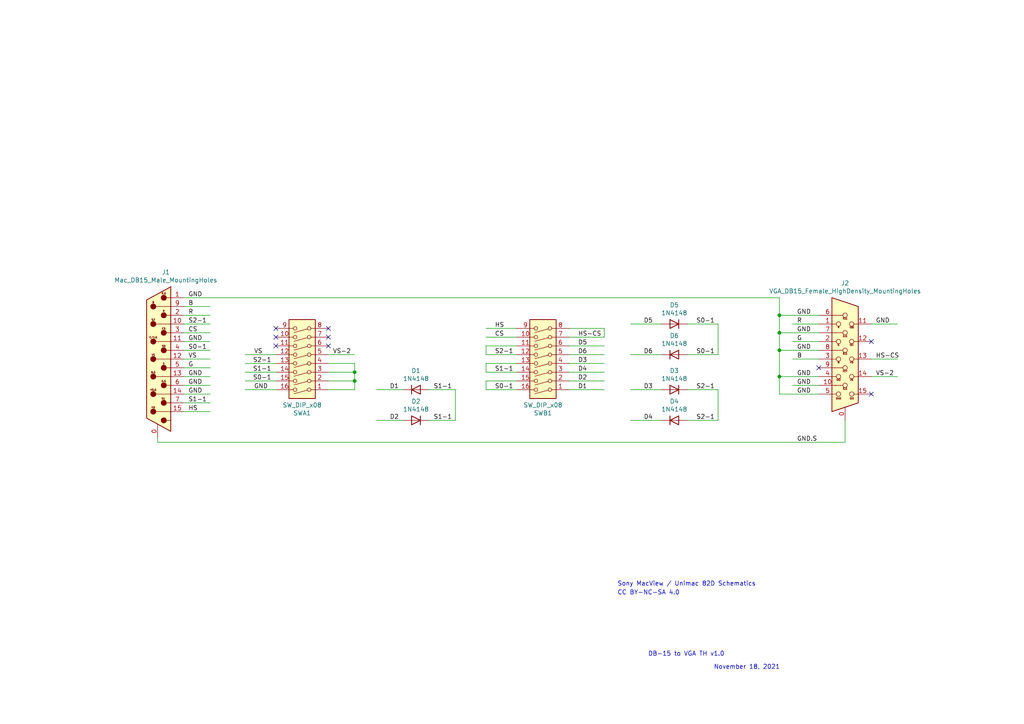
<source format=kicad_sch>
(kicad_sch (version 20211123) (generator eeschema)

  (uuid 4de664de-51a8-454d-82b8-139124435893)

  (paper "A4")

  (lib_symbols
    (symbol "Diode:1N4148" (pin_numbers hide) (pin_names hide) (in_bom yes) (on_board yes)
      (property "Reference" "D" (id 0) (at 0 2.54 0)
        (effects (font (size 1.27 1.27)))
      )
      (property "Value" "1N4148" (id 1) (at 0 -2.54 0)
        (effects (font (size 1.27 1.27)))
      )
      (property "Footprint" "Diode_THT:D_DO-35_SOD27_P7.62mm_Horizontal" (id 2) (at 0 0 0)
        (effects (font (size 1.27 1.27)) hide)
      )
      (property "Datasheet" "https://assets.nexperia.com/documents/data-sheet/1N4148_1N4448.pdf" (id 3) (at 0 0 0)
        (effects (font (size 1.27 1.27)) hide)
      )
      (property "ki_keywords" "diode" (id 4) (at 0 0 0)
        (effects (font (size 1.27 1.27)) hide)
      )
      (property "ki_description" "100V 0.15A standard switching diode, DO-35" (id 5) (at 0 0 0)
        (effects (font (size 1.27 1.27)) hide)
      )
      (property "ki_fp_filters" "D*DO?35*" (id 6) (at 0 0 0)
        (effects (font (size 1.27 1.27)) hide)
      )
      (symbol "1N4148_0_1"
        (polyline
          (pts
            (xy -1.27 1.27)
            (xy -1.27 -1.27)
          )
          (stroke (width 0.254) (type default) (color 0 0 0 0))
          (fill (type none))
        )
        (polyline
          (pts
            (xy 1.27 0)
            (xy -1.27 0)
          )
          (stroke (width 0) (type default) (color 0 0 0 0))
          (fill (type none))
        )
        (polyline
          (pts
            (xy 1.27 1.27)
            (xy 1.27 -1.27)
            (xy -1.27 0)
            (xy 1.27 1.27)
          )
          (stroke (width 0.254) (type default) (color 0 0 0 0))
          (fill (type none))
        )
      )
      (symbol "1N4148_1_1"
        (pin passive line (at -3.81 0 0) (length 2.54)
          (name "K" (effects (font (size 1.27 1.27))))
          (number "1" (effects (font (size 1.27 1.27))))
        )
        (pin passive line (at 3.81 0 180) (length 2.54)
          (name "A" (effects (font (size 1.27 1.27))))
          (number "2" (effects (font (size 1.27 1.27))))
        )
      )
    )
    (symbol "Switch:SW_DIP_x08" (pin_names (offset 0) hide) (in_bom yes) (on_board yes)
      (property "Reference" "SW" (id 0) (at 0 13.97 0)
        (effects (font (size 1.27 1.27)))
      )
      (property "Value" "SW_DIP_x08" (id 1) (at 0 -11.43 0)
        (effects (font (size 1.27 1.27)))
      )
      (property "Footprint" "" (id 2) (at 0 0 0)
        (effects (font (size 1.27 1.27)) hide)
      )
      (property "Datasheet" "~" (id 3) (at 0 0 0)
        (effects (font (size 1.27 1.27)) hide)
      )
      (property "ki_keywords" "dip switch" (id 4) (at 0 0 0)
        (effects (font (size 1.27 1.27)) hide)
      )
      (property "ki_description" "8x DIP Switch, Single Pole Single Throw (SPST) switch, small symbol" (id 5) (at 0 0 0)
        (effects (font (size 1.27 1.27)) hide)
      )
      (property "ki_fp_filters" "SW?DIP?x8*" (id 6) (at 0 0 0)
        (effects (font (size 1.27 1.27)) hide)
      )
      (symbol "SW_DIP_x08_0_0"
        (circle (center -2.032 -7.62) (radius 0.508)
          (stroke (width 0) (type default) (color 0 0 0 0))
          (fill (type none))
        )
        (circle (center -2.032 -5.08) (radius 0.508)
          (stroke (width 0) (type default) (color 0 0 0 0))
          (fill (type none))
        )
        (circle (center -2.032 -2.54) (radius 0.508)
          (stroke (width 0) (type default) (color 0 0 0 0))
          (fill (type none))
        )
        (circle (center -2.032 0) (radius 0.508)
          (stroke (width 0) (type default) (color 0 0 0 0))
          (fill (type none))
        )
        (circle (center -2.032 2.54) (radius 0.508)
          (stroke (width 0) (type default) (color 0 0 0 0))
          (fill (type none))
        )
        (circle (center -2.032 5.08) (radius 0.508)
          (stroke (width 0) (type default) (color 0 0 0 0))
          (fill (type none))
        )
        (circle (center -2.032 7.62) (radius 0.508)
          (stroke (width 0) (type default) (color 0 0 0 0))
          (fill (type none))
        )
        (circle (center -2.032 10.16) (radius 0.508)
          (stroke (width 0) (type default) (color 0 0 0 0))
          (fill (type none))
        )
        (polyline
          (pts
            (xy -1.524 -7.4676)
            (xy 2.3622 -6.4262)
          )
          (stroke (width 0) (type default) (color 0 0 0 0))
          (fill (type none))
        )
        (polyline
          (pts
            (xy -1.524 -4.9276)
            (xy 2.3622 -3.8862)
          )
          (stroke (width 0) (type default) (color 0 0 0 0))
          (fill (type none))
        )
        (polyline
          (pts
            (xy -1.524 -2.3876)
            (xy 2.3622 -1.3462)
          )
          (stroke (width 0) (type default) (color 0 0 0 0))
          (fill (type none))
        )
        (polyline
          (pts
            (xy -1.524 0.127)
            (xy 2.3622 1.1684)
          )
          (stroke (width 0) (type default) (color 0 0 0 0))
          (fill (type none))
        )
        (polyline
          (pts
            (xy -1.524 2.667)
            (xy 2.3622 3.7084)
          )
          (stroke (width 0) (type default) (color 0 0 0 0))
          (fill (type none))
        )
        (polyline
          (pts
            (xy -1.524 5.207)
            (xy 2.3622 6.2484)
          )
          (stroke (width 0) (type default) (color 0 0 0 0))
          (fill (type none))
        )
        (polyline
          (pts
            (xy -1.524 7.747)
            (xy 2.3622 8.7884)
          )
          (stroke (width 0) (type default) (color 0 0 0 0))
          (fill (type none))
        )
        (polyline
          (pts
            (xy -1.524 10.287)
            (xy 2.3622 11.3284)
          )
          (stroke (width 0) (type default) (color 0 0 0 0))
          (fill (type none))
        )
        (circle (center 2.032 -7.62) (radius 0.508)
          (stroke (width 0) (type default) (color 0 0 0 0))
          (fill (type none))
        )
        (circle (center 2.032 -5.08) (radius 0.508)
          (stroke (width 0) (type default) (color 0 0 0 0))
          (fill (type none))
        )
        (circle (center 2.032 -2.54) (radius 0.508)
          (stroke (width 0) (type default) (color 0 0 0 0))
          (fill (type none))
        )
        (circle (center 2.032 0) (radius 0.508)
          (stroke (width 0) (type default) (color 0 0 0 0))
          (fill (type none))
        )
        (circle (center 2.032 2.54) (radius 0.508)
          (stroke (width 0) (type default) (color 0 0 0 0))
          (fill (type none))
        )
        (circle (center 2.032 5.08) (radius 0.508)
          (stroke (width 0) (type default) (color 0 0 0 0))
          (fill (type none))
        )
        (circle (center 2.032 7.62) (radius 0.508)
          (stroke (width 0) (type default) (color 0 0 0 0))
          (fill (type none))
        )
        (circle (center 2.032 10.16) (radius 0.508)
          (stroke (width 0) (type default) (color 0 0 0 0))
          (fill (type none))
        )
      )
      (symbol "SW_DIP_x08_0_1"
        (rectangle (start -3.81 12.7) (end 3.81 -10.16)
          (stroke (width 0.254) (type default) (color 0 0 0 0))
          (fill (type background))
        )
      )
      (symbol "SW_DIP_x08_1_1"
        (pin passive line (at -7.62 10.16 0) (length 5.08)
          (name "~" (effects (font (size 1.27 1.27))))
          (number "1" (effects (font (size 1.27 1.27))))
        )
        (pin passive line (at 7.62 -5.08 180) (length 5.08)
          (name "~" (effects (font (size 1.27 1.27))))
          (number "10" (effects (font (size 1.27 1.27))))
        )
        (pin passive line (at 7.62 -2.54 180) (length 5.08)
          (name "~" (effects (font (size 1.27 1.27))))
          (number "11" (effects (font (size 1.27 1.27))))
        )
        (pin passive line (at 7.62 0 180) (length 5.08)
          (name "~" (effects (font (size 1.27 1.27))))
          (number "12" (effects (font (size 1.27 1.27))))
        )
        (pin passive line (at 7.62 2.54 180) (length 5.08)
          (name "~" (effects (font (size 1.27 1.27))))
          (number "13" (effects (font (size 1.27 1.27))))
        )
        (pin passive line (at 7.62 5.08 180) (length 5.08)
          (name "~" (effects (font (size 1.27 1.27))))
          (number "14" (effects (font (size 1.27 1.27))))
        )
        (pin passive line (at 7.62 7.62 180) (length 5.08)
          (name "~" (effects (font (size 1.27 1.27))))
          (number "15" (effects (font (size 1.27 1.27))))
        )
        (pin passive line (at 7.62 10.16 180) (length 5.08)
          (name "~" (effects (font (size 1.27 1.27))))
          (number "16" (effects (font (size 1.27 1.27))))
        )
        (pin passive line (at -7.62 7.62 0) (length 5.08)
          (name "~" (effects (font (size 1.27 1.27))))
          (number "2" (effects (font (size 1.27 1.27))))
        )
        (pin passive line (at -7.62 5.08 0) (length 5.08)
          (name "~" (effects (font (size 1.27 1.27))))
          (number "3" (effects (font (size 1.27 1.27))))
        )
        (pin passive line (at -7.62 2.54 0) (length 5.08)
          (name "~" (effects (font (size 1.27 1.27))))
          (number "4" (effects (font (size 1.27 1.27))))
        )
        (pin passive line (at -7.62 0 0) (length 5.08)
          (name "~" (effects (font (size 1.27 1.27))))
          (number "5" (effects (font (size 1.27 1.27))))
        )
        (pin passive line (at -7.62 -2.54 0) (length 5.08)
          (name "~" (effects (font (size 1.27 1.27))))
          (number "6" (effects (font (size 1.27 1.27))))
        )
        (pin passive line (at -7.62 -5.08 0) (length 5.08)
          (name "~" (effects (font (size 1.27 1.27))))
          (number "7" (effects (font (size 1.27 1.27))))
        )
        (pin passive line (at -7.62 -7.62 0) (length 5.08)
          (name "~" (effects (font (size 1.27 1.27))))
          (number "8" (effects (font (size 1.27 1.27))))
        )
        (pin passive line (at 7.62 -7.62 180) (length 5.08)
          (name "~" (effects (font (size 1.27 1.27))))
          (number "9" (effects (font (size 1.27 1.27))))
        )
      )
    )
    (symbol "project:Mac_DB15_Male_MountingHoles" (pin_names (offset 1.016) hide) (in_bom yes) (on_board yes)
      (property "Reference" "J" (id 0) (at 2.54 24.13 0)
        (effects (font (size 1.27 1.27)))
      )
      (property "Value" "Mac_DB15_Male_MountingHoles" (id 1) (at 2.54 26.035 0)
        (effects (font (size 1.27 1.27)))
      )
      (property "Footprint" "" (id 2) (at 0 0 0)
        (effects (font (size 1.27 1.27)) hide)
      )
      (property "Datasheet" "" (id 3) (at 0 0 0)
        (effects (font (size 1.27 1.27)) hide)
      )
      (property "ki_fp_filters" "DSUB*Male*" (id 4) (at 0 0 0)
        (effects (font (size 1.27 1.27)) hide)
      )
      (symbol "Mac_DB15_Male_MountingHoles_0_0"
        (text "B" (at -1.27 16.764 0)
          (effects (font (size 0.508 0.508)) (justify top))
        )
        (text "B.G" (at -1.27 -3.556 0)
          (effects (font (size 0.508 0.508)) (justify top))
        )
        (text "C/V.G" (at -1.27 6.604 0)
          (effects (font (size 0.508 0.508)) (justify top))
        )
        (text "CS" (at 1.778 9.144 0)
          (effects (font (size 0.508 0.508)) (justify top))
        )
        (text "G" (at 1.778 -1.016 0)
          (effects (font (size 0.508 0.508)) (justify top))
        )
        (text "G.G" (at 1.778 -6.096 0)
          (effects (font (size 0.508 0.508)) (justify top))
        )
        (text "HS" (at -1.27 -13.716 0)
          (effects (font (size 0.508 0.508)) (justify top))
        )
        (text "HS.G" (at -1.27 -8.636 0)
          (effects (font (size 0.508 0.508)) (justify top))
        )
        (text "R" (at 1.778 14.224 0)
          (effects (font (size 0.508 0.508)) (justify top))
        )
        (text "R.G" (at 1.778 19.304 0)
          (effects (font (size 0.508 0.508)) (justify top))
        )
        (text "S0" (at 1.778 4.064 0)
          (effects (font (size 0.508 0.508)) (justify top))
        )
        (text "S1" (at 1.651 -11.176 0)
          (effects (font (size 0.508 0.508)) (justify top))
        )
        (text "S2" (at -1.27 11.684 0)
          (effects (font (size 0.508 0.508)) (justify top))
        )
        (text "VS" (at -1.27 1.524 0)
          (effects (font (size 0.508 0.508)) (justify top))
        )
      )
      (symbol "Mac_DB15_Male_MountingHoles_0_1"
        (circle (center -1.27 -15.24) (radius 0.762)
          (stroke (width 0) (type default) (color 0 0 0 0))
          (fill (type outline))
        )
        (circle (center -1.27 -10.16) (radius 0.762)
          (stroke (width 0) (type default) (color 0 0 0 0))
          (fill (type outline))
        )
        (circle (center -1.27 -5.08) (radius 0.762)
          (stroke (width 0) (type default) (color 0 0 0 0))
          (fill (type outline))
        )
        (circle (center -1.27 0) (radius 0.762)
          (stroke (width 0) (type default) (color 0 0 0 0))
          (fill (type outline))
        )
        (circle (center -1.27 5.08) (radius 0.762)
          (stroke (width 0) (type default) (color 0 0 0 0))
          (fill (type outline))
        )
        (circle (center -1.27 10.16) (radius 0.762)
          (stroke (width 0) (type default) (color 0 0 0 0))
          (fill (type outline))
        )
        (circle (center -1.27 15.24) (radius 0.762)
          (stroke (width 0) (type default) (color 0 0 0 0))
          (fill (type outline))
        )
        (polyline
          (pts
            (xy 3.81 -17.78)
            (xy 2.54 -17.78)
          )
          (stroke (width 0) (type default) (color 0 0 0 0))
          (fill (type none))
        )
        (polyline
          (pts
            (xy 3.81 -15.24)
            (xy -0.508 -15.24)
          )
          (stroke (width 0) (type default) (color 0 0 0 0))
          (fill (type none))
        )
        (polyline
          (pts
            (xy 3.81 -12.7)
            (xy 2.54 -12.7)
          )
          (stroke (width 0) (type default) (color 0 0 0 0))
          (fill (type none))
        )
        (polyline
          (pts
            (xy 3.81 -10.16)
            (xy -0.508 -10.16)
          )
          (stroke (width 0) (type default) (color 0 0 0 0))
          (fill (type none))
        )
        (polyline
          (pts
            (xy 3.81 -7.62)
            (xy 2.54 -7.62)
          )
          (stroke (width 0) (type default) (color 0 0 0 0))
          (fill (type none))
        )
        (polyline
          (pts
            (xy 3.81 -5.08)
            (xy -0.508 -5.08)
          )
          (stroke (width 0) (type default) (color 0 0 0 0))
          (fill (type none))
        )
        (polyline
          (pts
            (xy 3.81 -2.54)
            (xy 2.54 -2.54)
          )
          (stroke (width 0) (type default) (color 0 0 0 0))
          (fill (type none))
        )
        (polyline
          (pts
            (xy 3.81 0)
            (xy -0.508 0)
          )
          (stroke (width 0) (type default) (color 0 0 0 0))
          (fill (type none))
        )
        (polyline
          (pts
            (xy 3.81 2.54)
            (xy 2.54 2.54)
          )
          (stroke (width 0) (type default) (color 0 0 0 0))
          (fill (type none))
        )
        (polyline
          (pts
            (xy 3.81 5.08)
            (xy -0.508 5.08)
          )
          (stroke (width 0) (type default) (color 0 0 0 0))
          (fill (type none))
        )
        (polyline
          (pts
            (xy 3.81 7.62)
            (xy 2.54 7.62)
          )
          (stroke (width 0) (type default) (color 0 0 0 0))
          (fill (type none))
        )
        (polyline
          (pts
            (xy 3.81 10.16)
            (xy -0.508 10.16)
          )
          (stroke (width 0) (type default) (color 0 0 0 0))
          (fill (type none))
        )
        (polyline
          (pts
            (xy 3.81 12.7)
            (xy 2.54 12.7)
          )
          (stroke (width 0) (type default) (color 0 0 0 0))
          (fill (type none))
        )
        (polyline
          (pts
            (xy 3.81 15.24)
            (xy -0.508 15.24)
          )
          (stroke (width 0) (type default) (color 0 0 0 0))
          (fill (type none))
        )
        (polyline
          (pts
            (xy 3.81 17.78)
            (xy 2.54 17.78)
          )
          (stroke (width 0) (type default) (color 0 0 0 0))
          (fill (type none))
        )
        (polyline
          (pts
            (xy 3.81 20.955)
            (xy -3.175 17.145)
            (xy -3.175 -17.145)
            (xy 3.81 -20.955)
            (xy 3.81 20.955)
          )
          (stroke (width 0.254) (type default) (color 0 0 0 0))
          (fill (type background))
        )
        (circle (center 1.778 -17.78) (radius 0.762)
          (stroke (width 0) (type default) (color 0 0 0 0))
          (fill (type outline))
        )
        (circle (center 1.778 -12.7) (radius 0.762)
          (stroke (width 0) (type default) (color 0 0 0 0))
          (fill (type outline))
        )
        (circle (center 1.778 -7.62) (radius 0.762)
          (stroke (width 0) (type default) (color 0 0 0 0))
          (fill (type outline))
        )
        (circle (center 1.778 -2.54) (radius 0.762)
          (stroke (width 0) (type default) (color 0 0 0 0))
          (fill (type outline))
        )
        (circle (center 1.778 2.54) (radius 0.762)
          (stroke (width 0) (type default) (color 0 0 0 0))
          (fill (type outline))
        )
        (circle (center 1.778 7.62) (radius 0.762)
          (stroke (width 0) (type default) (color 0 0 0 0))
          (fill (type outline))
        )
        (circle (center 1.778 12.7) (radius 0.762)
          (stroke (width 0) (type default) (color 0 0 0 0))
          (fill (type outline))
        )
        (circle (center 1.778 17.78) (radius 0.762)
          (stroke (width 0) (type default) (color 0 0 0 0))
          (fill (type outline))
        )
      )
      (symbol "Mac_DB15_Male_MountingHoles_1_1"
        (pin passive line (at 0 -22.86 90) (length 3.81)
          (name "SGND" (effects (font (size 1.27 1.27))))
          (number "0" (effects (font (size 1.27 1.27))))
        )
        (pin passive line (at 7.62 17.78 180) (length 3.81)
          (name "RED.GND" (effects (font (size 1.27 1.27))))
          (number "1" (effects (font (size 1.27 1.27))))
        )
        (pin output line (at 7.62 10.16 180) (length 3.81)
          (name "SENSE2" (effects (font (size 1.27 1.27))))
          (number "10" (effects (font (size 1.27 1.27))))
        )
        (pin passive line (at 7.62 5.08 180) (length 3.81)
          (name "CSYNC/VSYNC.GND" (effects (font (size 1.27 1.27))))
          (number "11" (effects (font (size 1.27 1.27))))
        )
        (pin input line (at 7.62 0 180) (length 3.81)
          (name "/VSYNC" (effects (font (size 1.27 1.27))))
          (number "12" (effects (font (size 1.27 1.27))))
        )
        (pin passive line (at 7.62 -5.08 180) (length 3.81)
          (name "BLU.GND" (effects (font (size 1.27 1.27))))
          (number "13" (effects (font (size 1.27 1.27))))
        )
        (pin passive line (at 7.62 -10.16 180) (length 3.81)
          (name "HSYNC.GND" (effects (font (size 1.27 1.27))))
          (number "14" (effects (font (size 1.27 1.27))))
        )
        (pin input line (at 7.62 -15.24 180) (length 3.81)
          (name "/HSYNC" (effects (font (size 1.27 1.27))))
          (number "15" (effects (font (size 1.27 1.27))))
        )
        (pin input line (at 7.62 12.7 180) (length 3.81)
          (name "RED.VID" (effects (font (size 1.27 1.27))))
          (number "2" (effects (font (size 1.27 1.27))))
        )
        (pin input line (at 7.62 7.62 180) (length 3.81)
          (name "/CSYNC" (effects (font (size 1.27 1.27))))
          (number "3" (effects (font (size 1.27 1.27))))
        )
        (pin output line (at 7.62 2.54 180) (length 3.81)
          (name "SENSE0" (effects (font (size 1.27 1.27))))
          (number "4" (effects (font (size 1.27 1.27))))
        )
        (pin input line (at 7.62 -2.54 180) (length 3.81)
          (name "GRN.VID" (effects (font (size 1.27 1.27))))
          (number "5" (effects (font (size 1.27 1.27))))
        )
        (pin passive line (at 7.62 -7.62 180) (length 3.81)
          (name "GRN.GND" (effects (font (size 1.27 1.27))))
          (number "6" (effects (font (size 1.27 1.27))))
        )
        (pin output line (at 7.62 -12.7 180) (length 3.81)
          (name "SENSE1" (effects (font (size 1.27 1.27))))
          (number "7" (effects (font (size 1.27 1.27))))
        )
        (pin no_connect line (at 7.62 -17.78 180) (length 3.81) hide
          (name "8" (effects (font (size 1.27 1.27))))
          (number "8" (effects (font (size 1.27 1.27))))
        )
        (pin output line (at 7.62 15.24 180) (length 3.81)
          (name "BLU.VID" (effects (font (size 1.27 1.27))))
          (number "9" (effects (font (size 1.27 1.27))))
        )
      )
    )
    (symbol "project:VGA_DB15_Female_HighDensity_MountingHoles" (pin_names (offset 1.016) hide) (in_bom yes) (on_board yes)
      (property "Reference" "J" (id 0) (at 0 21.59 0)
        (effects (font (size 1.27 1.27)))
      )
      (property "Value" "VGA_DB15_Female_HighDensity_MountingHoles" (id 1) (at 0 19.05 0)
        (effects (font (size 1.27 1.27)))
      )
      (property "Footprint" "" (id 2) (at -24.13 10.16 0)
        (effects (font (size 1.27 1.27)) hide)
      )
      (property "Datasheet" "" (id 3) (at -24.13 10.16 0)
        (effects (font (size 1.27 1.27)) hide)
      )
      (property "ki_fp_filters" "DSUB*Female*" (id 4) (at 0 0 0)
        (effects (font (size 1.27 1.27)) hide)
      )
      (symbol "VGA_DB15_Female_HighDensity_MountingHoles_0_0"
        (text "B" (at -1.905 -1.27 0)
          (effects (font (size 0.508 0.508)) (justify bottom))
        )
        (text "B.G" (at 0 1.27 0)
          (effects (font (size 0.508 0.508)) (justify bottom))
        )
        (text "G" (at -1.905 3.81 0)
          (effects (font (size 0.508 0.508)) (justify bottom))
        )
        (text "G.G" (at 0 6.35 0)
          (effects (font (size 0.508 0.508)) (justify bottom))
        )
        (text "GND" (at -1.905 -11.43 0)
          (effects (font (size 0.508 0.508)))
        )
        (text "HS" (at 1.905 -1.27 0)
          (effects (font (size 0.508 0.508)) (justify bottom))
        )
        (text "ID0" (at 1.905 8.89 0)
          (effects (font (size 0.508 0.508)) (justify bottom))
        )
        (text "ID1" (at 1.905 3.81 0)
          (effects (font (size 0.508 0.508)) (justify bottom))
        )
        (text "ID2" (at -1.905 -6.35 0)
          (effects (font (size 0.508 0.508)) (justify bottom))
        )
        (text "ID3" (at 1.905 -11.43 0)
          (effects (font (size 0.508 0.508)))
        )
        (text "KEY" (at 0 -3.81 0)
          (effects (font (size 0.508 0.508)) (justify bottom))
        )
        (text "R" (at -1.905 8.89 0)
          (effects (font (size 0.508 0.508)) (justify bottom))
        )
        (text "R.G" (at 0 11.43 0)
          (effects (font (size 0.508 0.508)) (justify bottom))
        )
        (text "S.G" (at 0 -8.89 0)
          (effects (font (size 0.508 0.508)) (justify bottom))
        )
        (text "VS" (at 1.905 -6.35 0)
          (effects (font (size 0.508 0.508)) (justify bottom))
        )
      )
      (symbol "VGA_DB15_Female_HighDensity_MountingHoles_0_1"
        (circle (center -1.905 -10.16) (radius 0.635)
          (stroke (width 0) (type default) (color 0 0 0 0))
          (fill (type none))
        )
        (circle (center -1.905 -5.08) (radius 0.635)
          (stroke (width 0) (type default) (color 0 0 0 0))
          (fill (type none))
        )
        (circle (center -1.905 0) (radius 0.635)
          (stroke (width 0) (type default) (color 0 0 0 0))
          (fill (type none))
        )
        (circle (center -1.905 5.08) (radius 0.635)
          (stroke (width 0) (type default) (color 0 0 0 0))
          (fill (type none))
        )
        (circle (center -1.905 10.16) (radius 0.635)
          (stroke (width 0) (type default) (color 0 0 0 0))
          (fill (type none))
        )
        (circle (center 0 -7.62) (radius 0.635)
          (stroke (width 0) (type default) (color 0 0 0 0))
          (fill (type none))
        )
        (circle (center 0 -2.54) (radius 0.635)
          (stroke (width 0) (type default) (color 0 0 0 0))
          (fill (type none))
        )
        (polyline
          (pts
            (xy -3.175 7.62)
            (xy -0.635 7.62)
          )
          (stroke (width 0) (type default) (color 0 0 0 0))
          (fill (type none))
        )
        (polyline
          (pts
            (xy -0.635 -7.62)
            (xy -3.175 -7.62)
          )
          (stroke (width 0) (type default) (color 0 0 0 0))
          (fill (type none))
        )
        (polyline
          (pts
            (xy -0.635 -2.54)
            (xy -3.175 -2.54)
          )
          (stroke (width 0) (type default) (color 0 0 0 0))
          (fill (type none))
        )
        (polyline
          (pts
            (xy -0.635 2.54)
            (xy -3.175 2.54)
          )
          (stroke (width 0) (type default) (color 0 0 0 0))
          (fill (type none))
        )
        (polyline
          (pts
            (xy -0.635 12.7)
            (xy -3.175 12.7)
          )
          (stroke (width 0) (type default) (color 0 0 0 0))
          (fill (type none))
        )
        (polyline
          (pts
            (xy -3.81 17.78)
            (xy -3.81 -15.24)
            (xy 3.81 -12.7)
            (xy 3.81 15.24)
            (xy -3.81 17.78)
          )
          (stroke (width 0.254) (type default) (color 0 0 0 0))
          (fill (type background))
        )
        (circle (center 0 2.54) (radius 0.635)
          (stroke (width 0) (type default) (color 0 0 0 0))
          (fill (type none))
        )
        (circle (center 0 7.62) (radius 0.635)
          (stroke (width 0) (type default) (color 0 0 0 0))
          (fill (type none))
        )
        (circle (center 0 12.7) (radius 0.635)
          (stroke (width 0) (type default) (color 0 0 0 0))
          (fill (type none))
        )
        (circle (center 1.905 -10.16) (radius 0.635)
          (stroke (width 0) (type default) (color 0 0 0 0))
          (fill (type none))
        )
        (circle (center 1.905 -5.08) (radius 0.635)
          (stroke (width 0) (type default) (color 0 0 0 0))
          (fill (type none))
        )
        (circle (center 1.905 0) (radius 0.635)
          (stroke (width 0) (type default) (color 0 0 0 0))
          (fill (type none))
        )
        (circle (center 1.905 5.08) (radius 0.635)
          (stroke (width 0) (type default) (color 0 0 0 0))
          (fill (type none))
        )
        (circle (center 1.905 10.16) (radius 0.635)
          (stroke (width 0) (type default) (color 0 0 0 0))
          (fill (type none))
        )
      )
      (symbol "VGA_DB15_Female_HighDensity_MountingHoles_1_1"
        (pin passive line (at 0 -17.78 90) (length 3.81)
          (name "SGND" (effects (font (size 1.27 1.27))))
          (number "0" (effects (font (size 1.27 1.27))))
        )
        (pin output line (at -7.62 10.16 0) (length 5.08)
          (name "RED.VID" (effects (font (size 1.27 1.27))))
          (number "1" (effects (font (size 1.27 1.27))))
        )
        (pin passive line (at -7.62 -7.62 0) (length 5.08)
          (name "SYNC.GND" (effects (font (size 1.27 1.27))))
          (number "10" (effects (font (size 1.27 1.27))))
        )
        (pin input line (at 7.62 10.16 180) (length 5.08)
          (name "ID0" (effects (font (size 1.27 1.27))))
          (number "11" (effects (font (size 1.27 1.27))))
        )
        (pin input line (at 7.62 5.08 180) (length 5.08)
          (name "ID1" (effects (font (size 1.27 1.27))))
          (number "12" (effects (font (size 1.27 1.27))))
        )
        (pin output line (at 7.62 0 180) (length 5.08)
          (name "/HSYNC" (effects (font (size 1.27 1.27))))
          (number "13" (effects (font (size 1.27 1.27))))
        )
        (pin output line (at 7.62 -5.08 180) (length 5.08)
          (name "/VSYNC" (effects (font (size 1.27 1.27))))
          (number "14" (effects (font (size 1.27 1.27))))
        )
        (pin input line (at 7.62 -10.16 180) (length 5.08)
          (name "ID3" (effects (font (size 1.27 1.27))))
          (number "15" (effects (font (size 1.27 1.27))))
        )
        (pin output line (at -7.62 5.08 0) (length 5.08)
          (name "GRN.VID" (effects (font (size 1.27 1.27))))
          (number "2" (effects (font (size 1.27 1.27))))
        )
        (pin output line (at -7.62 0 0) (length 5.08)
          (name "BLU.VID" (effects (font (size 1.27 1.27))))
          (number "3" (effects (font (size 1.27 1.27))))
        )
        (pin input line (at -7.62 -5.08 0) (length 5.08)
          (name "ID2/RES" (effects (font (size 1.27 1.27))))
          (number "4" (effects (font (size 1.27 1.27))))
        )
        (pin passive line (at -7.62 -10.16 0) (length 5.08)
          (name "GND" (effects (font (size 1.27 1.27))))
          (number "5" (effects (font (size 1.27 1.27))))
        )
        (pin passive line (at -7.62 12.7 0) (length 5.08)
          (name "RED.GND" (effects (font (size 1.27 1.27))))
          (number "6" (effects (font (size 1.27 1.27))))
        )
        (pin passive line (at -7.62 7.62 0) (length 5.08)
          (name "GRN.GND" (effects (font (size 1.27 1.27))))
          (number "7" (effects (font (size 1.27 1.27))))
        )
        (pin passive line (at -7.62 2.54 0) (length 5.08)
          (name "BLU.GND" (effects (font (size 1.27 1.27))))
          (number "8" (effects (font (size 1.27 1.27))))
        )
        (pin power_out line (at -7.62 -2.54 0) (length 5.08)
          (name "KEY" (effects (font (size 1.27 1.27))))
          (number "9" (effects (font (size 1.27 1.27))))
        )
      )
    )
  )

  (junction (at 102.87 110.49) (diameter 0) (color 0 0 0 0)
    (uuid 0ccd4df9-d1f0-4c25-a19c-dff1760f285c)
  )
  (junction (at 226.06 101.6) (diameter 0) (color 0 0 0 0)
    (uuid 0faedf56-6c08-4f7a-9b7d-d866d2575495)
  )
  (junction (at 226.06 96.52) (diameter 0) (color 0 0 0 0)
    (uuid 21bc5643-a767-4399-954e-bc6d1935516f)
  )
  (junction (at 102.87 107.95) (diameter 0) (color 0 0 0 0)
    (uuid 2dc9e131-4969-430a-8765-da74aac7396c)
  )
  (junction (at 226.06 91.44) (diameter 0) (color 0 0 0 0)
    (uuid 973839f1-4b62-44dc-a732-93780d0aeaec)
  )
  (junction (at 226.06 109.22) (diameter 0) (color 0 0 0 0)
    (uuid c772adaf-26bf-495f-8c40-9b13006a4d81)
  )

  (no_connect (at 252.73 114.3) (uuid 4bca2915-8e31-4eb7-b809-d380377e0a55))
  (no_connect (at 252.73 99.06) (uuid 4eefc868-25c5-46be-b978-b899dc795644))
  (no_connect (at 80.01 97.79) (uuid 638b21aa-10d7-47f7-bd47-034b0d9a88bd))
  (no_connect (at 95.25 95.25) (uuid 6c1394bf-3e42-4718-a618-b2cddfd2c250))
  (no_connect (at 95.25 100.33) (uuid 7efc8668-b36f-48ff-a9f7-e520ae92485e))
  (no_connect (at 80.01 100.33) (uuid cbd3e591-63fe-4fe1-92c9-71e4d82e6f71))
  (no_connect (at 80.01 95.25) (uuid e0609b80-abc8-4764-bf4f-c7d19193e89c))
  (no_connect (at 95.25 97.79) (uuid f562723c-a938-4899-a96b-85ba2eee924a))
  (no_connect (at 237.49 106.68) (uuid f67c662c-bef6-48e8-83e8-b0e9211e5fbd))

  (wire (pts (xy 226.06 101.6) (xy 237.49 101.6))
    (stroke (width 0) (type default) (color 0 0 0 0))
    (uuid 044e17c2-8e65-4774-b36b-6bc4b321dce1)
  )
  (wire (pts (xy 140.97 110.49) (xy 140.97 113.03))
    (stroke (width 0) (type default) (color 0 0 0 0))
    (uuid 080f76e2-4d35-4469-bffb-078863fdee1d)
  )
  (wire (pts (xy 237.49 99.06) (xy 229.87 99.06))
    (stroke (width 0) (type default) (color 0 0 0 0))
    (uuid 09d72bd1-af25-46d0-83e5-520c8d82a532)
  )
  (wire (pts (xy 124.46 113.03) (xy 132.08 113.03))
    (stroke (width 0) (type default) (color 0 0 0 0))
    (uuid 0c711558-40db-46b7-b7f1-1233036fc0eb)
  )
  (wire (pts (xy 102.87 113.03) (xy 95.25 113.03))
    (stroke (width 0) (type default) (color 0 0 0 0))
    (uuid 0e3aa033-4372-41bd-9f35-14dbcfdc6ed0)
  )
  (wire (pts (xy 191.77 102.87) (xy 182.88 102.87))
    (stroke (width 0) (type default) (color 0 0 0 0))
    (uuid 0e5e9f71-1491-47b1-9dad-f059656ec78a)
  )
  (wire (pts (xy 226.06 91.44) (xy 226.06 96.52))
    (stroke (width 0) (type default) (color 0 0 0 0))
    (uuid 0e964e80-5933-436a-b5dd-36b05dc523c7)
  )
  (wire (pts (xy 53.34 106.68) (xy 60.96 106.68))
    (stroke (width 0) (type default) (color 0 0 0 0))
    (uuid 1a2bc1be-1859-49b8-b5eb-e421f87ecc25)
  )
  (wire (pts (xy 53.34 99.06) (xy 60.96 99.06))
    (stroke (width 0) (type default) (color 0 0 0 0))
    (uuid 1eb180b1-2968-4df4-b155-922163270aa7)
  )
  (wire (pts (xy 140.97 97.79) (xy 149.86 97.79))
    (stroke (width 0) (type default) (color 0 0 0 0))
    (uuid 229accd2-8734-4662-9afc-33b19f11164e)
  )
  (wire (pts (xy 165.1 95.25) (xy 175.26 95.25))
    (stroke (width 0) (type default) (color 0 0 0 0))
    (uuid 27492f93-12f0-45d3-99d3-1767b25d2bba)
  )
  (wire (pts (xy 53.34 91.44) (xy 60.96 91.44))
    (stroke (width 0) (type default) (color 0 0 0 0))
    (uuid 2c395476-3f67-4582-8f69-e84f7bc18a81)
  )
  (wire (pts (xy 53.34 88.9) (xy 60.96 88.9))
    (stroke (width 0) (type default) (color 0 0 0 0))
    (uuid 2d6c54bd-b265-4611-a1d3-2924c3ac8ff0)
  )
  (wire (pts (xy 71.12 107.95) (xy 80.01 107.95))
    (stroke (width 0) (type default) (color 0 0 0 0))
    (uuid 2f974bb0-486d-427f-9d29-77538d768c48)
  )
  (wire (pts (xy 71.12 102.87) (xy 80.01 102.87))
    (stroke (width 0) (type default) (color 0 0 0 0))
    (uuid 3220f20f-cc4a-46c1-ada1-5caedc0b8149)
  )
  (wire (pts (xy 53.34 93.98) (xy 60.96 93.98))
    (stroke (width 0) (type default) (color 0 0 0 0))
    (uuid 34717a43-032e-4db7-b80d-6157f489a5d6)
  )
  (wire (pts (xy 140.97 100.33) (xy 140.97 102.87))
    (stroke (width 0) (type default) (color 0 0 0 0))
    (uuid 3656438f-3c7e-47eb-8ee3-b54999c11d8f)
  )
  (wire (pts (xy 124.46 121.92) (xy 132.08 121.92))
    (stroke (width 0) (type default) (color 0 0 0 0))
    (uuid 37932878-4634-4fb5-b63e-f284b15bae55)
  )
  (wire (pts (xy 149.86 107.95) (xy 140.97 107.95))
    (stroke (width 0) (type default) (color 0 0 0 0))
    (uuid 37e7bdc5-e552-44ea-bdfa-0c0d085b9fd9)
  )
  (wire (pts (xy 53.34 109.22) (xy 60.96 109.22))
    (stroke (width 0) (type default) (color 0 0 0 0))
    (uuid 4017c35a-87d6-4153-91bc-d362fe915c51)
  )
  (wire (pts (xy 140.97 107.95) (xy 140.97 105.41))
    (stroke (width 0) (type default) (color 0 0 0 0))
    (uuid 44b7f931-870b-47bd-a359-b31d848a7da6)
  )
  (wire (pts (xy 53.34 119.38) (xy 60.96 119.38))
    (stroke (width 0) (type default) (color 0 0 0 0))
    (uuid 54c9bde0-7a1c-4878-9907-82351e3a36a1)
  )
  (wire (pts (xy 199.39 102.87) (xy 208.28 102.87))
    (stroke (width 0) (type default) (color 0 0 0 0))
    (uuid 5827e2df-f3da-48e0-bf6a-14e761720099)
  )
  (wire (pts (xy 53.34 96.52) (xy 60.96 96.52))
    (stroke (width 0) (type default) (color 0 0 0 0))
    (uuid 5fb6b9e1-ef87-4f24-ae46-51417bd1f330)
  )
  (wire (pts (xy 191.77 113.03) (xy 182.88 113.03))
    (stroke (width 0) (type default) (color 0 0 0 0))
    (uuid 60f1ae38-edbb-4668-ba11-78d84a442b91)
  )
  (wire (pts (xy 165.1 105.41) (xy 175.26 105.41))
    (stroke (width 0) (type default) (color 0 0 0 0))
    (uuid 670b303d-43a9-4ee9-877e-525f285eddad)
  )
  (wire (pts (xy 208.28 113.03) (xy 208.28 121.92))
    (stroke (width 0) (type default) (color 0 0 0 0))
    (uuid 67158ef8-90bd-4b87-9df6-5d13d051216f)
  )
  (wire (pts (xy 95.25 102.87) (xy 102.87 102.87))
    (stroke (width 0) (type default) (color 0 0 0 0))
    (uuid 688c5f51-0e46-49e8-a9f4-d0c8b9e290f3)
  )
  (wire (pts (xy 53.34 101.6) (xy 60.96 101.6))
    (stroke (width 0) (type default) (color 0 0 0 0))
    (uuid 6ea9d75b-e7ef-40d9-bb67-e8244e9f6e0b)
  )
  (wire (pts (xy 149.86 102.87) (xy 140.97 102.87))
    (stroke (width 0) (type default) (color 0 0 0 0))
    (uuid 6ee543ab-9fd4-46e8-b252-f21ad2281fa8)
  )
  (wire (pts (xy 53.34 111.76) (xy 60.96 111.76))
    (stroke (width 0) (type default) (color 0 0 0 0))
    (uuid 6f4af361-8b28-4678-ba0f-f6d7e450b69a)
  )
  (wire (pts (xy 208.28 93.98) (xy 208.28 102.87))
    (stroke (width 0) (type default) (color 0 0 0 0))
    (uuid 7280b8e2-7077-41ec-a13f-1b584acebd23)
  )
  (wire (pts (xy 71.12 105.41) (xy 80.01 105.41))
    (stroke (width 0) (type default) (color 0 0 0 0))
    (uuid 72c18f5e-9ff9-452f-872d-4ead87ff0641)
  )
  (wire (pts (xy 199.39 121.92) (xy 208.28 121.92))
    (stroke (width 0) (type default) (color 0 0 0 0))
    (uuid 7821f966-a9a3-4645-8bae-16cf869b75ae)
  )
  (wire (pts (xy 140.97 113.03) (xy 149.86 113.03))
    (stroke (width 0) (type default) (color 0 0 0 0))
    (uuid 7ceea8df-b0bd-40f4-8d6b-77403ad7f402)
  )
  (wire (pts (xy 116.84 121.92) (xy 109.22 121.92))
    (stroke (width 0) (type default) (color 0 0 0 0))
    (uuid 7e885716-795a-43a5-92a3-1a482f5c943f)
  )
  (wire (pts (xy 149.86 95.25) (xy 140.97 95.25))
    (stroke (width 0) (type default) (color 0 0 0 0))
    (uuid 822bf563-2fc2-425c-a0c5-e3f1f7fd0ab2)
  )
  (wire (pts (xy 226.06 96.52) (xy 226.06 101.6))
    (stroke (width 0) (type default) (color 0 0 0 0))
    (uuid 828fd65d-be4e-451d-bece-12c823ca6f55)
  )
  (wire (pts (xy 102.87 110.49) (xy 102.87 107.95))
    (stroke (width 0) (type default) (color 0 0 0 0))
    (uuid 8384301e-bf0e-49b1-bb5c-da8b88417f13)
  )
  (wire (pts (xy 226.06 109.22) (xy 226.06 101.6))
    (stroke (width 0) (type default) (color 0 0 0 0))
    (uuid 84ec6b20-8d51-44c6-b4f2-b58b8450a685)
  )
  (wire (pts (xy 45.72 128.27) (xy 45.72 127))
    (stroke (width 0) (type default) (color 0 0 0 0))
    (uuid 854062b4-aca4-42cd-80fb-7258616d4461)
  )
  (wire (pts (xy 95.25 110.49) (xy 102.87 110.49))
    (stroke (width 0) (type default) (color 0 0 0 0))
    (uuid 86ee1619-9c21-4d87-9aa5-c4ed42093f66)
  )
  (wire (pts (xy 199.39 113.03) (xy 208.28 113.03))
    (stroke (width 0) (type default) (color 0 0 0 0))
    (uuid 8abd35a2-2e85-4a5e-a2c9-468b2dc54633)
  )
  (wire (pts (xy 165.1 102.87) (xy 175.26 102.87))
    (stroke (width 0) (type default) (color 0 0 0 0))
    (uuid 8d0b14f1-9d13-42d8-9aa4-03c8087ec083)
  )
  (wire (pts (xy 226.06 109.22) (xy 237.49 109.22))
    (stroke (width 0) (type default) (color 0 0 0 0))
    (uuid 90cadcd6-1d65-4ccb-9404-0cea0cc8e5c0)
  )
  (wire (pts (xy 149.86 100.33) (xy 140.97 100.33))
    (stroke (width 0) (type default) (color 0 0 0 0))
    (uuid 9118e878-6719-4c1a-99c9-a6541d9bc169)
  )
  (wire (pts (xy 252.73 109.22) (xy 260.35 109.22))
    (stroke (width 0) (type default) (color 0 0 0 0))
    (uuid 923261e5-6c0f-4dbd-b6a0-a11170c641a0)
  )
  (wire (pts (xy 165.1 107.95) (xy 175.26 107.95))
    (stroke (width 0) (type default) (color 0 0 0 0))
    (uuid 9236b7e0-e7b2-4cfa-bdbf-f6c104374394)
  )
  (wire (pts (xy 102.87 110.49) (xy 102.87 113.03))
    (stroke (width 0) (type default) (color 0 0 0 0))
    (uuid 9437a9da-96a7-43c4-b3f4-ebdb51f1660e)
  )
  (wire (pts (xy 191.77 121.92) (xy 182.88 121.92))
    (stroke (width 0) (type default) (color 0 0 0 0))
    (uuid 96051dd9-e348-4bb6-8171-4e68c5d6398d)
  )
  (wire (pts (xy 53.34 104.14) (xy 60.96 104.14))
    (stroke (width 0) (type default) (color 0 0 0 0))
    (uuid 9677b970-211a-483e-958a-6284dcc97fa2)
  )
  (wire (pts (xy 116.84 113.03) (xy 109.22 113.03))
    (stroke (width 0) (type default) (color 0 0 0 0))
    (uuid 96f9fcb8-7186-482a-a585-0afec8fc59e5)
  )
  (wire (pts (xy 102.87 107.95) (xy 102.87 105.41))
    (stroke (width 0) (type default) (color 0 0 0 0))
    (uuid 9a5588bb-ec21-4d5e-ba52-eda61f626f5c)
  )
  (wire (pts (xy 102.87 105.41) (xy 95.25 105.41))
    (stroke (width 0) (type default) (color 0 0 0 0))
    (uuid 9de5ae58-5f43-4459-b113-2ec77cbe80bb)
  )
  (wire (pts (xy 71.12 110.49) (xy 80.01 110.49))
    (stroke (width 0) (type default) (color 0 0 0 0))
    (uuid acc07d82-48dc-45e9-b577-6e4437df5202)
  )
  (wire (pts (xy 53.34 116.84) (xy 60.96 116.84))
    (stroke (width 0) (type default) (color 0 0 0 0))
    (uuid ad1dba79-fb1c-42e4-8ad0-6a8614ecc473)
  )
  (wire (pts (xy 53.34 86.36) (xy 226.06 86.36))
    (stroke (width 0) (type default) (color 0 0 0 0))
    (uuid adaf7aa4-825d-4f43-a807-5b4ec0edafb8)
  )
  (wire (pts (xy 229.87 93.98) (xy 237.49 93.98))
    (stroke (width 0) (type default) (color 0 0 0 0))
    (uuid addb6a7b-3868-4ec9-8061-d94a4bdce274)
  )
  (wire (pts (xy 226.06 96.52) (xy 237.49 96.52))
    (stroke (width 0) (type default) (color 0 0 0 0))
    (uuid ae3b888d-a093-4f31-abec-1ae3688303b2)
  )
  (wire (pts (xy 102.87 107.95) (xy 95.25 107.95))
    (stroke (width 0) (type default) (color 0 0 0 0))
    (uuid b6136b3c-1e79-4231-b280-2d1d171dc459)
  )
  (wire (pts (xy 165.1 113.03) (xy 175.26 113.03))
    (stroke (width 0) (type default) (color 0 0 0 0))
    (uuid b9a7ddfa-f694-41d6-8d2a-e81deab1d83e)
  )
  (wire (pts (xy 165.1 100.33) (xy 175.26 100.33))
    (stroke (width 0) (type default) (color 0 0 0 0))
    (uuid bc4b797c-7c28-4830-8f46-6c2e556e4145)
  )
  (wire (pts (xy 237.49 91.44) (xy 226.06 91.44))
    (stroke (width 0) (type default) (color 0 0 0 0))
    (uuid c12b5cf4-f7cd-40d6-9863-0fbbcd634087)
  )
  (wire (pts (xy 191.77 93.98) (xy 182.88 93.98))
    (stroke (width 0) (type default) (color 0 0 0 0))
    (uuid c32ae4c4-0669-4215-b0da-2ffe35d7d1db)
  )
  (wire (pts (xy 199.39 93.98) (xy 208.28 93.98))
    (stroke (width 0) (type default) (color 0 0 0 0))
    (uuid c34f0af5-6368-472b-9dca-482126fec3b7)
  )
  (wire (pts (xy 45.72 128.27) (xy 245.11 128.27))
    (stroke (width 0) (type default) (color 0 0 0 0))
    (uuid caecde6f-f76f-46c3-8f3b-32cd86e4c110)
  )
  (wire (pts (xy 165.1 110.49) (xy 175.26 110.49))
    (stroke (width 0) (type default) (color 0 0 0 0))
    (uuid cbf0ec02-6de6-4b5a-b258-8dfd40f1f643)
  )
  (wire (pts (xy 71.12 113.03) (xy 80.01 113.03))
    (stroke (width 0) (type default) (color 0 0 0 0))
    (uuid cebca786-7b4c-48d4-b018-37bcca192a1a)
  )
  (wire (pts (xy 237.49 104.14) (xy 229.87 104.14))
    (stroke (width 0) (type default) (color 0 0 0 0))
    (uuid d68a3747-0ae6-412d-9c76-c0642907303d)
  )
  (wire (pts (xy 237.49 114.3) (xy 226.06 114.3))
    (stroke (width 0) (type default) (color 0 0 0 0))
    (uuid d97836b7-7491-454d-ae86-a80bb22acac8)
  )
  (wire (pts (xy 132.08 113.03) (xy 132.08 121.92))
    (stroke (width 0) (type default) (color 0 0 0 0))
    (uuid de69abe0-abf1-4235-9b1c-4cc4c0bd9ab9)
  )
  (wire (pts (xy 226.06 114.3) (xy 226.06 109.22))
    (stroke (width 0) (type default) (color 0 0 0 0))
    (uuid e3a4b386-2f9b-491a-b73c-ec85f41fe0c6)
  )
  (wire (pts (xy 226.06 86.36) (xy 226.06 91.44))
    (stroke (width 0) (type default) (color 0 0 0 0))
    (uuid e404ebb8-0491-4686-8806-b8d0659951e8)
  )
  (wire (pts (xy 252.73 93.98) (xy 260.35 93.98))
    (stroke (width 0) (type default) (color 0 0 0 0))
    (uuid e52f186e-d0eb-4159-bfe9-8eefdab268ad)
  )
  (wire (pts (xy 140.97 110.49) (xy 149.86 110.49))
    (stroke (width 0) (type default) (color 0 0 0 0))
    (uuid e8ae3658-68f6-40be-8fc1-624e70b03ee4)
  )
  (wire (pts (xy 140.97 105.41) (xy 149.86 105.41))
    (stroke (width 0) (type default) (color 0 0 0 0))
    (uuid e8d121d6-c6d4-465e-8937-fbc8c121ce4a)
  )
  (wire (pts (xy 237.49 111.76) (xy 229.87 111.76))
    (stroke (width 0) (type default) (color 0 0 0 0))
    (uuid e99bc2d6-7d5f-4a4d-b3bb-66da3d43d894)
  )
  (wire (pts (xy 175.26 97.79) (xy 175.26 95.25))
    (stroke (width 0) (type default) (color 0 0 0 0))
    (uuid eb9c5605-e9fe-41a4-abd5-c06a462716ac)
  )
  (wire (pts (xy 245.11 121.92) (xy 245.11 128.27))
    (stroke (width 0) (type default) (color 0 0 0 0))
    (uuid ef5bcee5-d713-4159-8195-15241236a29f)
  )
  (wire (pts (xy 165.1 97.79) (xy 175.26 97.79))
    (stroke (width 0) (type default) (color 0 0 0 0))
    (uuid f221748e-fab6-4bcd-8355-8df24256c07d)
  )
  (wire (pts (xy 252.73 104.14) (xy 260.35 104.14))
    (stroke (width 0) (type default) (color 0 0 0 0))
    (uuid f264399c-16df-4b20-87ac-c26b7fedd326)
  )
  (wire (pts (xy 53.34 114.3) (xy 60.96 114.3))
    (stroke (width 0) (type default) (color 0 0 0 0))
    (uuid f5cc86f3-7834-47a5-b2ad-b435d3488397)
  )

  (text "CC BY-NC-SA 4.0" (at 179.07 172.72 0)
    (effects (font (size 1.27 1.27)) (justify left bottom))
    (uuid 2b4befe4-5c43-41ad-aac9-95b460cf7d6f)
  )
  (text "DB-15 to VGA TH v1.0" (at 187.96 190.5 0)
    (effects (font (size 1.27 1.27)) (justify left bottom))
    (uuid 75e1edc5-b190-43b7-99fa-6d2ec2415077)
  )
  (text "Sony MacView / Unimac 82D Schematics" (at 179.07 170.18 0)
    (effects (font (size 1.27 1.27)) (justify left bottom))
    (uuid bab34ea1-961b-42e1-9f92-58de964a58f7)
  )
  (text "November 18, 2021" (at 207.01 194.31 0)
    (effects (font (size 1.27 1.27)) (justify left bottom))
    (uuid f8de9597-6915-4633-9189-afbdde96e5c9)
  )

  (label "S0-1" (at 78.74 110.49 180)
    (effects (font (size 1.27 1.27)) (justify right bottom))
    (uuid 06c8bce1-9904-4a0e-8d19-945286964652)
  )
  (label "HS" (at 143.51 95.25 0)
    (effects (font (size 1.27 1.27)) (justify left bottom))
    (uuid 0d6f67f7-7f3e-48dd-903f-1d646d8b1dde)
  )
  (label "G" (at 54.61 106.68 0)
    (effects (font (size 1.27 1.27)) (justify left bottom))
    (uuid 27730f0e-f98e-4d9a-b698-6e2a0f185369)
  )
  (label "GND.S" (at 231.14 128.27 0)
    (effects (font (size 1.27 1.27)) (justify left bottom))
    (uuid 39bf4c53-cf95-4f9a-b311-b0889d258b7e)
  )
  (label "S2-1" (at 201.93 113.03 0)
    (effects (font (size 1.27 1.27)) (justify left bottom))
    (uuid 3f335970-a936-48fd-93c8-291724491f98)
  )
  (label "R" (at 54.61 91.44 0)
    (effects (font (size 1.27 1.27)) (justify left bottom))
    (uuid 4ad4290d-55a3-48a2-938e-695a01ddef41)
  )
  (label "VS" (at 73.66 102.87 0)
    (effects (font (size 1.27 1.27)) (justify left bottom))
    (uuid 4c204a78-d899-4ba7-bf4d-ee09560872c6)
  )
  (label "GND" (at 54.61 111.76 0)
    (effects (font (size 1.27 1.27)) (justify left bottom))
    (uuid 4f20110a-f0f7-4cd2-b693-77f87567ae24)
  )
  (label "D3" (at 186.69 113.03 0)
    (effects (font (size 1.27 1.27)) (justify left bottom))
    (uuid 507297b3-d338-4dd1-8a66-2b7e5d5c0a97)
  )
  (label "GND" (at 54.61 86.36 0)
    (effects (font (size 1.27 1.27)) (justify left bottom))
    (uuid 54bfca17-cca7-4ed3-8140-fe3b99d35246)
  )
  (label "VS-2" (at 96.52 102.87 0)
    (effects (font (size 1.27 1.27)) (justify left bottom))
    (uuid 587d60f4-420b-45a4-ae0e-b14f3ed021cc)
  )
  (label "GND" (at 54.61 99.06 0)
    (effects (font (size 1.27 1.27)) (justify left bottom))
    (uuid 603df904-660c-4676-9fd7-0060d8031217)
  )
  (label "HS-CS" (at 254 104.14 0)
    (effects (font (size 1.27 1.27)) (justify left bottom))
    (uuid 61486c45-d52e-4fd2-85b4-f014fede77c3)
  )
  (label "D1" (at 113.03 113.03 0)
    (effects (font (size 1.27 1.27)) (justify left bottom))
    (uuid 664a6a37-549c-47e0-8b88-dd9d66d0eb8f)
  )
  (label "D4" (at 167.64 107.95 0)
    (effects (font (size 1.27 1.27)) (justify left bottom))
    (uuid 6705cbad-a4c2-4d82-8a1f-d1d66dc3e458)
  )
  (label "CS" (at 54.61 96.52 0)
    (effects (font (size 1.27 1.27)) (justify left bottom))
    (uuid 68332472-1718-4076-b9e3-796e26689b84)
  )
  (label "S0-1" (at 201.93 93.98 0)
    (effects (font (size 1.27 1.27)) (justify left bottom))
    (uuid 6b0a563a-51ff-46f4-9757-4156959c187e)
  )
  (label "GND" (at 254 93.98 0)
    (effects (font (size 1.27 1.27)) (justify left bottom))
    (uuid 6f7bd3f5-6aed-410f-953e-830690b5aab6)
  )
  (label "S1-1" (at 143.51 107.95 0)
    (effects (font (size 1.27 1.27)) (justify left bottom))
    (uuid 813111dc-1eb3-4c60-92dc-05002adcc258)
  )
  (label "HS-CS" (at 167.64 97.79 0)
    (effects (font (size 1.27 1.27)) (justify left bottom))
    (uuid 82a3e8f8-3169-469a-a444-8b5497d02e93)
  )
  (label "D4" (at 186.69 121.92 0)
    (effects (font (size 1.27 1.27)) (justify left bottom))
    (uuid 83f07b34-eaa8-47b2-b4fe-23e3643ef50f)
  )
  (label "GND" (at 231.14 109.22 0)
    (effects (font (size 1.27 1.27)) (justify left bottom))
    (uuid 8465c4e4-7b3d-4390-8ab2-b5f8e4f6453c)
  )
  (label "HS" (at 54.61 119.38 0)
    (effects (font (size 1.27 1.27)) (justify left bottom))
    (uuid 89260e46-db22-45fb-8bea-758931b6f545)
  )
  (label "S0-1" (at 54.61 101.6 0)
    (effects (font (size 1.27 1.27)) (justify left bottom))
    (uuid 8df3fa39-2eff-4099-8c8d-19bf0cba1a45)
  )
  (label "GND" (at 54.61 114.3 0)
    (effects (font (size 1.27 1.27)) (justify left bottom))
    (uuid 9376abcc-e76f-4486-9c64-b7a52d85314b)
  )
  (label "D5" (at 167.64 100.33 0)
    (effects (font (size 1.27 1.27)) (justify left bottom))
    (uuid 943b9909-28b9-4904-8042-71d99f8944b6)
  )
  (label "D6" (at 186.69 102.87 0)
    (effects (font (size 1.27 1.27)) (justify left bottom))
    (uuid 9c8704c0-8309-4023-bd4c-22aa455d8811)
  )
  (label "S1-1" (at 78.74 107.95 180)
    (effects (font (size 1.27 1.27)) (justify right bottom))
    (uuid aa0e5ae7-828e-4f3f-9ef2-7e466031c405)
  )
  (label "S1-1" (at 54.61 116.84 0)
    (effects (font (size 1.27 1.27)) (justify left bottom))
    (uuid ab85d86e-63df-4858-89d2-863dab00a482)
  )
  (label "GND" (at 54.61 109.22 0)
    (effects (font (size 1.27 1.27)) (justify left bottom))
    (uuid ac41c484-fa22-4342-8054-a06a198ca3cf)
  )
  (label "GND" (at 231.14 114.3 0)
    (effects (font (size 1.27 1.27)) (justify left bottom))
    (uuid adfaa694-cd9b-44b7-a18a-c7da2a977185)
  )
  (label "GND" (at 73.66 113.03 0)
    (effects (font (size 1.27 1.27)) (justify left bottom))
    (uuid af6265a6-8184-4b34-a93b-174699daeb99)
  )
  (label "VS" (at 54.61 104.14 0)
    (effects (font (size 1.27 1.27)) (justify left bottom))
    (uuid b1787b1a-32e6-4bb4-95f1-62e7434757c7)
  )
  (label "G" (at 231.14 99.06 0)
    (effects (font (size 1.27 1.27)) (justify left bottom))
    (uuid b879967b-78a3-4b30-b324-8d6b4cc45810)
  )
  (label "B" (at 54.61 88.9 0)
    (effects (font (size 1.27 1.27)) (justify left bottom))
    (uuid b98db723-ad06-4338-9bb5-424f044abc72)
  )
  (label "S0-1" (at 201.93 102.87 0)
    (effects (font (size 1.27 1.27)) (justify left bottom))
    (uuid bd827f73-7995-4e88-93b0-329cf9230074)
  )
  (label "S2-1" (at 54.61 93.98 0)
    (effects (font (size 1.27 1.27)) (justify left bottom))
    (uuid c0a13418-823d-4406-82ad-f7135201c477)
  )
  (label "D1" (at 167.64 113.03 0)
    (effects (font (size 1.27 1.27)) (justify left bottom))
    (uuid c4879812-33b3-48a5-8a58-9cbf993aa9ef)
  )
  (label "S1-1" (at 125.73 121.92 0)
    (effects (font (size 1.27 1.27)) (justify left bottom))
    (uuid c84882dd-9150-4e5e-9c3a-0ac0c233a9f3)
  )
  (label "S2-1" (at 143.51 102.87 0)
    (effects (font (size 1.27 1.27)) (justify left bottom))
    (uuid c8e79d75-1abe-4fbf-92f9-d90b88ce9282)
  )
  (label "D5" (at 186.69 93.98 0)
    (effects (font (size 1.27 1.27)) (justify left bottom))
    (uuid cc63bd17-6122-4004-8b67-c71eab482481)
  )
  (label "S0-1" (at 143.51 113.03 0)
    (effects (font (size 1.27 1.27)) (justify left bottom))
    (uuid ccafeb6e-adf9-4958-a28f-dc09ada987ea)
  )
  (label "B" (at 231.14 104.14 0)
    (effects (font (size 1.27 1.27)) (justify left bottom))
    (uuid d48247d2-340d-49e4-96e4-2659ed4041ff)
  )
  (label "S2-1" (at 201.93 121.92 0)
    (effects (font (size 1.27 1.27)) (justify left bottom))
    (uuid d5d88636-ea56-4f44-a041-96dc6af01f39)
  )
  (label "D2" (at 167.64 110.49 0)
    (effects (font (size 1.27 1.27)) (justify left bottom))
    (uuid d9e15742-e0b1-4bcc-b2b5-47694302e05a)
  )
  (label "R" (at 231.14 93.98 0)
    (effects (font (size 1.27 1.27)) (justify left bottom))
    (uuid dd33d898-9789-4416-a099-b4e303374852)
  )
  (label "D3" (at 167.64 105.41 0)
    (effects (font (size 1.27 1.27)) (justify left bottom))
    (uuid e068963a-a9e2-47ea-8c50-8baf7ea799df)
  )
  (label "GND" (at 231.14 111.76 0)
    (effects (font (size 1.27 1.27)) (justify left bottom))
    (uuid e6159d31-69f1-4cd9-b631-e5f3f0154f2a)
  )
  (label "D2" (at 113.03 121.92 0)
    (effects (font (size 1.27 1.27)) (justify left bottom))
    (uuid e851d671-bf81-499d-a1b6-15ca042f1aa8)
  )
  (label "CS" (at 143.51 97.79 0)
    (effects (font (size 1.27 1.27)) (justify left bottom))
    (uuid e97eb2f4-10b3-48c5-b298-a09d68f4cbc1)
  )
  (label "S1-1" (at 125.73 113.03 0)
    (effects (font (size 1.27 1.27)) (justify left bottom))
    (uuid ee485d01-d851-4b0e-9f32-4c5c2e0f3562)
  )
  (label "GND" (at 231.14 101.6 0)
    (effects (font (size 1.27 1.27)) (justify left bottom))
    (uuid f024ec21-4005-4acb-aba4-6200dec9328b)
  )
  (label "VS-2" (at 254 109.22 0)
    (effects (font (size 1.27 1.27)) (justify left bottom))
    (uuid f358558b-35ee-4578-94bb-7a4954f24995)
  )
  (label "S2-1" (at 78.74 105.41 180)
    (effects (font (size 1.27 1.27)) (justify right bottom))
    (uuid f514a471-4fbb-4ca1-8fb7-288cb7c5c659)
  )
  (label "D6" (at 167.64 102.87 0)
    (effects (font (size 1.27 1.27)) (justify left bottom))
    (uuid f7abc86b-acc9-454e-a308-055cb81a15b6)
  )
  (label "GND" (at 231.14 91.44 0)
    (effects (font (size 1.27 1.27)) (justify left bottom))
    (uuid fa474449-5769-486e-aad6-a11596864883)
  )
  (label "GND" (at 231.14 96.52 0)
    (effects (font (size 1.27 1.27)) (justify left bottom))
    (uuid ffb2a4f1-905b-4c48-bca8-39888c3435f4)
  )

  (symbol (lib_id "project:VGA_DB15_Female_HighDensity_MountingHoles") (at 245.11 104.14 0) (unit 1)
    (in_bom yes) (on_board yes)
    (uuid 00000000-0000-0000-0000-00006151fc86)
    (property "Reference" "J2" (id 0) (at 245.11 82.1182 0))
    (property "Value" "VGA_DB15_Female_HighDensity_MountingHoles" (id 1) (at 245.11 84.4296 0))
    (property "Footprint" "Connector_Dsub:DSUB-15-HD_Female_Horizontal_P2.29x1.98mm_EdgePinOffset3.03mm_Housed_MountingHolesOffset4.94mm" (id 2) (at 220.98 93.98 0)
      (effects (font (size 1.27 1.27)) hide)
    )
    (property "Datasheet" " ~" (id 3) (at 220.98 93.98 0)
      (effects (font (size 1.27 1.27)) hide)
    )
    (pin "0" (uuid 1a8b8d08-fc8e-49bc-b13b-39072bbd5ae5))
    (pin "1" (uuid 1d8515a1-0362-457c-bbe7-882d64926451))
    (pin "10" (uuid 230592f7-e52b-4cf6-ac4e-d0c4374cd69f))
    (pin "11" (uuid 79ef1593-ff5c-4104-aff7-b4034e91f50c))
    (pin "12" (uuid 7d108b2a-af7a-4ee6-98c8-c02a0a198eb1))
    (pin "13" (uuid 8b99ada5-3256-4271-8050-b09ffbeaac95))
    (pin "14" (uuid 35977b60-f5af-4e67-ba21-8bc7f0b6b92c))
    (pin "15" (uuid 9fbf7d83-e5a6-4ec0-a109-d04c7f6ebc00))
    (pin "2" (uuid 5fa1339e-b4aa-41e0-b4a1-4fcf6d893cc8))
    (pin "3" (uuid f59b322a-54cb-490c-9cd8-c0e241f27d61))
    (pin "4" (uuid 5b633a78-c513-4f38-bc12-40a48b1deff1))
    (pin "5" (uuid 3c605782-6686-41a2-946f-ef3c78b9bd5a))
    (pin "6" (uuid f1d1f487-43e9-490f-99c3-8c4aa48d4782))
    (pin "7" (uuid c8235b2c-9ea0-46df-a378-47779c86dbaa))
    (pin "8" (uuid 01890c07-ac36-4ed4-b669-9109583b6248))
    (pin "9" (uuid 67a0810e-62ae-45e6-89f9-5a9a3e499777))
  )

  (symbol (lib_id "Switch:SW_DIP_x08") (at 87.63 102.87 180) (unit 1)
    (in_bom yes) (on_board yes)
    (uuid 00000000-0000-0000-0000-000061528095)
    (property "Reference" "SWA1" (id 0) (at 87.63 119.8118 0))
    (property "Value" "SW_DIP_x08" (id 1) (at 87.63 117.5004 0))
    (property "Footprint" "project:SW_DIP_SPSTx08_Slide_9.78x22.5mm_W7.62mm_P2.54mm" (id 2) (at 87.63 102.87 0)
      (effects (font (size 1.27 1.27)) hide)
    )
    (property "Datasheet" "~" (id 3) (at 87.63 102.87 0)
      (effects (font (size 1.27 1.27)) hide)
    )
    (pin "1" (uuid 5deb30ab-377a-49a1-a9df-04e25f0ce5f4))
    (pin "10" (uuid b21a5cf8-58e5-4222-b0d3-a77193a0cbcd))
    (pin "11" (uuid ca7f0e6b-0e70-4a4c-85b7-8570d07cce31))
    (pin "12" (uuid 94b6535e-0f6a-449f-86b6-38236621e62c))
    (pin "13" (uuid 6496177c-ba96-4d42-acd5-8f52657f93a7))
    (pin "14" (uuid 87797647-efcf-4674-a840-332f906842c9))
    (pin "15" (uuid b44e32f0-a7fb-4664-9f46-e134e3b7573a))
    (pin "16" (uuid 286344fd-d9cd-41bd-a69e-652bae8454de))
    (pin "2" (uuid e6513887-addb-4d49-b284-c0fbb157a898))
    (pin "3" (uuid 553ad4cf-edb1-46ff-a546-9817a3226766))
    (pin "4" (uuid 523d7501-c8f7-4ee1-8ed8-9e0e435320b8))
    (pin "5" (uuid db0245a2-aab3-4fc9-8466-b28bbe5ff92a))
    (pin "6" (uuid 000827d5-b96d-4c6f-b469-e5d6a5eaa6a7))
    (pin "7" (uuid 595a7af1-d37d-404f-bd49-04c9aa54436e))
    (pin "8" (uuid 785101a0-c8f4-41d1-bdaf-909178611f14))
    (pin "9" (uuid 24d0b58c-ffd8-401d-87f2-5d39d1fc7dd3))
  )

  (symbol (lib_id "Switch:SW_DIP_x08") (at 157.48 102.87 180) (unit 1)
    (in_bom yes) (on_board yes)
    (uuid 00000000-0000-0000-0000-00006152990a)
    (property "Reference" "SWB1" (id 0) (at 157.48 119.8118 0))
    (property "Value" "SW_DIP_x08" (id 1) (at 157.48 117.5004 0))
    (property "Footprint" "project:SW_DIP_SPSTx08_Slide_9.78x22.5mm_W7.62mm_P2.54mm" (id 2) (at 157.48 102.87 0)
      (effects (font (size 1.27 1.27)) hide)
    )
    (property "Datasheet" "~" (id 3) (at 157.48 102.87 0)
      (effects (font (size 1.27 1.27)) hide)
    )
    (pin "1" (uuid 47449e37-cf81-44dd-b32d-bac2606e2178))
    (pin "10" (uuid 6a8ce14f-b7f6-41ce-a758-86fe00e0e641))
    (pin "11" (uuid ace7e9f8-ab56-4065-9be3-445faa2b39e1))
    (pin "12" (uuid 6cf7e0fc-77fd-46b5-beb3-ec9fd7b839b0))
    (pin "13" (uuid 9b71e358-3582-4373-8862-d87518ee866b))
    (pin "14" (uuid b6db8559-bcb1-4c2b-8de4-c2202f68c2ee))
    (pin "15" (uuid 191d4e7c-72e9-4360-8da6-53c0ec83f17f))
    (pin "16" (uuid 77a13158-88fa-4594-9e37-4a7c70ff1292))
    (pin "2" (uuid a83bbce5-8ae0-493f-bd0c-acc8e0d4160d))
    (pin "3" (uuid 5065ac0a-833c-464d-a6f9-a4e6746924b9))
    (pin "4" (uuid 0dd2cb7e-a160-42dd-ab27-ce804002461b))
    (pin "5" (uuid 1dcd6173-39d6-420b-a8fd-666ed678ecf2))
    (pin "6" (uuid 983f97c6-790f-4f1b-b96f-cacaba6520d7))
    (pin "7" (uuid 93244e1d-6b40-4aad-912f-06c887a59dc5))
    (pin "8" (uuid 6cd35b4b-53d9-4a61-bf69-da8efced630d))
    (pin "9" (uuid d1aa3408-56fa-45c4-a37d-9e47020b398e))
  )

  (symbol (lib_id "project:Mac_DB15_Male_MountingHoles") (at 45.72 104.14 0) (unit 1)
    (in_bom yes) (on_board yes)
    (uuid 00000000-0000-0000-0000-00006154a803)
    (property "Reference" "J1" (id 0) (at 48.1076 78.9432 0))
    (property "Value" "Mac_DB15_Male_MountingHoles" (id 1) (at 48.1076 81.2546 0))
    (property "Footprint" "Connector_Dsub:DSUB-15_Male_Horizontal_P2.77x2.84mm_EdgePinOffset7.70mm_Housed_MountingHolesOffset9.12mm" (id 2) (at 45.72 104.14 0)
      (effects (font (size 1.27 1.27)) hide)
    )
    (property "Datasheet" " ~" (id 3) (at 45.72 104.14 0)
      (effects (font (size 1.27 1.27)) hide)
    )
    (pin "0" (uuid 54bca08b-59a4-4e42-a029-72bea0454db6))
    (pin "1" (uuid 7159f3ea-fd95-4fd4-a7ec-48635ffea4a2))
    (pin "10" (uuid e4762c51-cd62-4dec-b789-1e5016a0b520))
    (pin "11" (uuid dac18316-1216-4432-8567-f3c3c87e2394))
    (pin "12" (uuid e37baf08-de86-4b66-b5f6-0281ab48e004))
    (pin "13" (uuid df5b5aae-c018-40c6-9ef5-2ad4568359d6))
    (pin "14" (uuid 07df6dd4-9b5e-4504-a2d0-ee54e73143bb))
    (pin "15" (uuid 54ed61a5-6f67-4c3f-99e0-c14297395ee3))
    (pin "2" (uuid 1b2d000e-1418-4b6a-9aa8-e68b0ef10782))
    (pin "3" (uuid c798c11c-4ac0-4f7f-b240-f56f7b39546f))
    (pin "4" (uuid 4dc4ba97-cdf0-4ed2-a361-4b28205c3f01))
    (pin "5" (uuid b9a8eaa7-24a7-4b13-b2b3-14a1fdd0a189))
    (pin "6" (uuid 1f237447-2950-4aa9-aec9-9cd5c071519b))
    (pin "7" (uuid 886c7ba9-81a0-421e-afa3-68bbda7c9322))
    (pin "8" (uuid b6b44025-349e-4766-a493-ef5584bd174a))
    (pin "9" (uuid 9477d1cf-0b4f-4043-a33a-68d97c35347d))
  )

  (symbol (lib_id "Diode:1N4148") (at 120.65 113.03 0) (unit 1)
    (in_bom yes) (on_board yes)
    (uuid 00000000-0000-0000-0000-000061582c6f)
    (property "Reference" "D1" (id 0) (at 120.65 107.5182 0))
    (property "Value" "1N4148" (id 1) (at 120.65 109.8296 0))
    (property "Footprint" "Diode_SMD:D_SOD-123" (id 2) (at 120.65 117.475 0)
      (effects (font (size 1.27 1.27)) hide)
    )
    (property "Datasheet" "https://assets.nexperia.com/documents/data-sheet/1N4148_1N4448.pdf" (id 3) (at 120.65 113.03 0)
      (effects (font (size 1.27 1.27)) hide)
    )
    (pin "1" (uuid 966ba0b1-428a-41c8-9a3f-e0bfe68e510f))
    (pin "2" (uuid 93606e55-3585-44fb-8b6f-a8d2ec854e13))
  )

  (symbol (lib_id "Diode:1N4148") (at 195.58 121.92 0) (unit 1)
    (in_bom yes) (on_board yes)
    (uuid 00000000-0000-0000-0000-00006158496f)
    (property "Reference" "D4" (id 0) (at 195.58 116.4082 0))
    (property "Value" "1N4148" (id 1) (at 195.58 118.7196 0))
    (property "Footprint" "Diode_SMD:D_SOD-123" (id 2) (at 195.58 126.365 0)
      (effects (font (size 1.27 1.27)) hide)
    )
    (property "Datasheet" "https://assets.nexperia.com/documents/data-sheet/1N4148_1N4448.pdf" (id 3) (at 195.58 121.92 0)
      (effects (font (size 1.27 1.27)) hide)
    )
    (pin "1" (uuid f70316c0-f39d-4926-875c-9dc1bbd8896c))
    (pin "2" (uuid 74bdca70-3e16-49a8-8416-b71b759e4d9b))
  )

  (symbol (lib_id "Diode:1N4148") (at 195.58 113.03 0) (mirror y) (unit 1)
    (in_bom yes) (on_board yes)
    (uuid 00000000-0000-0000-0000-0000615851af)
    (property "Reference" "D3" (id 0) (at 195.58 107.5182 0))
    (property "Value" "1N4148" (id 1) (at 195.58 109.8296 0))
    (property "Footprint" "Diode_SMD:D_SOD-123" (id 2) (at 195.58 117.475 0)
      (effects (font (size 1.27 1.27)) hide)
    )
    (property "Datasheet" "https://assets.nexperia.com/documents/data-sheet/1N4148_1N4448.pdf" (id 3) (at 195.58 113.03 0)
      (effects (font (size 1.27 1.27)) hide)
    )
    (pin "1" (uuid 6eef884f-6a99-4513-8677-d542445db4d6))
    (pin "2" (uuid cdf611e4-69fc-4717-a38e-9351255fc075))
  )

  (symbol (lib_id "Diode:1N4148") (at 195.58 102.87 0) (unit 1)
    (in_bom yes) (on_board yes)
    (uuid 00000000-0000-0000-0000-0000615862a9)
    (property "Reference" "D6" (id 0) (at 195.58 97.3582 0))
    (property "Value" "1N4148" (id 1) (at 195.58 99.6696 0))
    (property "Footprint" "Diode_SMD:D_SOD-123" (id 2) (at 195.58 107.315 0)
      (effects (font (size 1.27 1.27)) hide)
    )
    (property "Datasheet" "https://assets.nexperia.com/documents/data-sheet/1N4148_1N4448.pdf" (id 3) (at 195.58 102.87 0)
      (effects (font (size 1.27 1.27)) hide)
    )
    (pin "1" (uuid 3ceb5c80-ceab-462d-b50a-354c6e34e672))
    (pin "2" (uuid 07f0f3cd-a7d0-497a-9672-c5b4b6f04eb7))
  )

  (symbol (lib_id "Diode:1N4148") (at 195.58 93.98 0) (mirror y) (unit 1)
    (in_bom yes) (on_board yes)
    (uuid 00000000-0000-0000-0000-000061587aea)
    (property "Reference" "D5" (id 0) (at 195.58 88.4682 0))
    (property "Value" "1N4148" (id 1) (at 195.58 90.7796 0))
    (property "Footprint" "Diode_SMD:D_SOD-123" (id 2) (at 195.58 98.425 0)
      (effects (font (size 1.27 1.27)) hide)
    )
    (property "Datasheet" "https://assets.nexperia.com/documents/data-sheet/1N4148_1N4448.pdf" (id 3) (at 195.58 93.98 0)
      (effects (font (size 1.27 1.27)) hide)
    )
    (pin "1" (uuid 010810f8-59d9-4eee-b998-515a48178904))
    (pin "2" (uuid c617dda7-0834-4253-843b-3e7008f8fdc9))
  )

  (symbol (lib_id "Diode:1N4148") (at 120.65 121.92 0) (mirror y) (unit 1)
    (in_bom yes) (on_board yes)
    (uuid 00000000-0000-0000-0000-000061588880)
    (property "Reference" "D2" (id 0) (at 120.65 116.4082 0))
    (property "Value" "1N4148" (id 1) (at 120.65 118.7196 0))
    (property "Footprint" "Diode_SMD:D_SOD-123" (id 2) (at 120.65 126.365 0)
      (effects (font (size 1.27 1.27)) hide)
    )
    (property "Datasheet" "https://assets.nexperia.com/documents/data-sheet/1N4148_1N4448.pdf" (id 3) (at 120.65 121.92 0)
      (effects (font (size 1.27 1.27)) hide)
    )
    (pin "1" (uuid 841deab7-8f1e-465a-bce0-4c26d6cefc98))
    (pin "2" (uuid 2e171805-0abe-47fe-9ef5-b70592bcc0c5))
  )

  (sheet_instances
    (path "/" (page "1"))
  )

  (symbol_instances
    (path "/00000000-0000-0000-0000-000061582c6f"
      (reference "D1") (unit 1) (value "1N4148") (footprint "Diode_SMD:D_SOD-123")
    )
    (path "/00000000-0000-0000-0000-000061588880"
      (reference "D2") (unit 1) (value "1N4148") (footprint "Diode_SMD:D_SOD-123")
    )
    (path "/00000000-0000-0000-0000-0000615851af"
      (reference "D3") (unit 1) (value "1N4148") (footprint "Diode_SMD:D_SOD-123")
    )
    (path "/00000000-0000-0000-0000-00006158496f"
      (reference "D4") (unit 1) (value "1N4148") (footprint "Diode_SMD:D_SOD-123")
    )
    (path "/00000000-0000-0000-0000-000061587aea"
      (reference "D5") (unit 1) (value "1N4148") (footprint "Diode_SMD:D_SOD-123")
    )
    (path "/00000000-0000-0000-0000-0000615862a9"
      (reference "D6") (unit 1) (value "1N4148") (footprint "Diode_SMD:D_SOD-123")
    )
    (path "/00000000-0000-0000-0000-00006154a803"
      (reference "J1") (unit 1) (value "Mac_DB15_Male_MountingHoles") (footprint "Connector_Dsub:DSUB-15_Male_Horizontal_P2.77x2.84mm_EdgePinOffset7.70mm_Housed_MountingHolesOffset9.12mm")
    )
    (path "/00000000-0000-0000-0000-00006151fc86"
      (reference "J2") (unit 1) (value "VGA_DB15_Female_HighDensity_MountingHoles") (footprint "Connector_Dsub:DSUB-15-HD_Female_Horizontal_P2.29x1.98mm_EdgePinOffset3.03mm_Housed_MountingHolesOffset4.94mm")
    )
    (path "/00000000-0000-0000-0000-000061528095"
      (reference "SWA1") (unit 1) (value "SW_DIP_x08") (footprint "project:SW_DIP_SPSTx08_Slide_9.78x22.5mm_W7.62mm_P2.54mm")
    )
    (path "/00000000-0000-0000-0000-00006152990a"
      (reference "SWB1") (unit 1) (value "SW_DIP_x08") (footprint "project:SW_DIP_SPSTx08_Slide_9.78x22.5mm_W7.62mm_P2.54mm")
    )
  )
)

</source>
